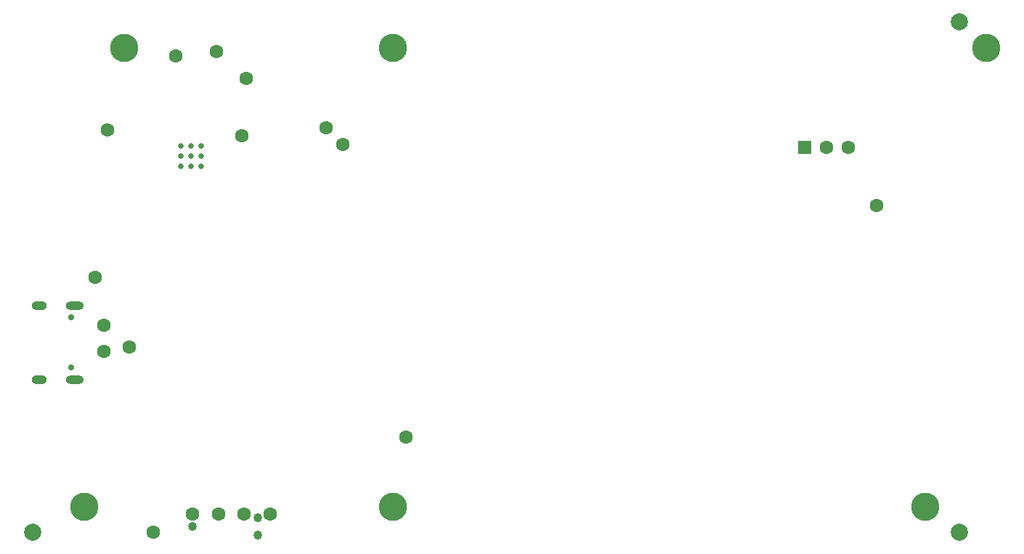
<source format=gbs>
G04*
G04 #@! TF.GenerationSoftware,Altium Limited,Altium Designer,24.6.1 (21)*
G04*
G04 Layer_Color=16711935*
%FSLAX24Y24*%
%MOIN*%
G70*
G04*
G04 #@! TF.SameCoordinates,3324350E-0B28-4C73-BA69-32ECCD091292*
G04*
G04*
G04 #@! TF.FilePolarity,Negative*
G04*
G01*
G75*
%ADD119C,0.0787*%
%ADD124C,0.0276*%
%ADD125O,0.0709X0.0394*%
%ADD126O,0.0827X0.0394*%
%ADD127C,0.0630*%
%ADD128R,0.0630X0.0630*%
%ADD129C,0.0406*%
%ADD130C,0.1299*%
%ADD131C,0.0264*%
D119*
X43309Y24213D02*
D03*
Y787D02*
D03*
X789Y787D02*
D03*
D124*
X2526Y8364D02*
D03*
Y10639D02*
D03*
D125*
X1069Y7799D02*
D03*
Y11204D02*
D03*
D126*
X2715D02*
D03*
Y7799D02*
D03*
D127*
X8117Y1624D02*
D03*
X9298D02*
D03*
X10479D02*
D03*
X11662D02*
D03*
X4032Y9100D02*
D03*
Y10282D02*
D03*
X5222Y9280D02*
D03*
X14242Y19370D02*
D03*
X3642Y12500D02*
D03*
X17912Y5140D02*
D03*
X4210Y19260D02*
D03*
X7332Y22670D02*
D03*
X10368Y19000D02*
D03*
X10582Y21620D02*
D03*
X9202Y22850D02*
D03*
X6301Y787D02*
D03*
X39504Y15785D02*
D03*
X15002Y18590D02*
D03*
X37218Y18457D02*
D03*
X38218D02*
D03*
D128*
X36218D02*
D03*
D129*
X8113Y1067D02*
D03*
X11113Y1467D02*
D03*
Y667D02*
D03*
D130*
X44529Y23031D02*
D03*
X41734Y1969D02*
D03*
X17325Y1969D02*
D03*
X4962Y23031D02*
D03*
X3151Y1969D02*
D03*
X17325Y23031D02*
D03*
D131*
X8048Y18050D02*
D03*
Y17577D02*
D03*
X8520D02*
D03*
Y18050D02*
D03*
Y18522D02*
D03*
X8048D02*
D03*
X7576D02*
D03*
Y18050D02*
D03*
Y17577D02*
D03*
M02*

</source>
